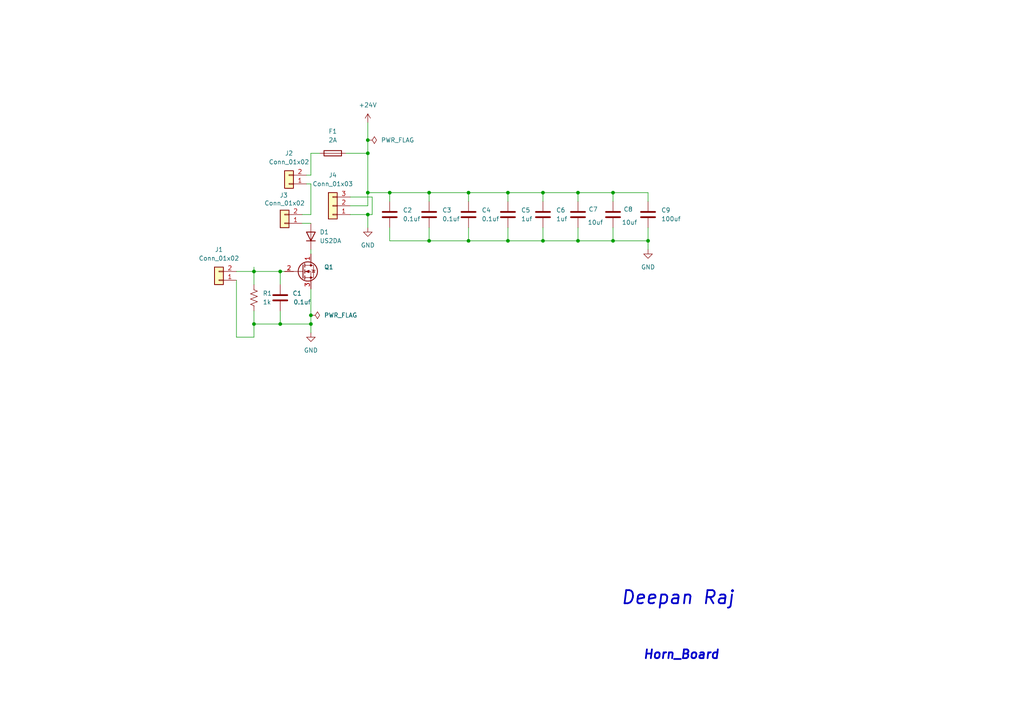
<source format=kicad_sch>
(kicad_sch (version 20231120) (generator "eeschema") (generator_version "8.0")
  (paper "A4")
  (lib_symbols
    (symbol "Connector_Generic:Conn_01x02" (pin_names (offset 1.016) hide)
      (property "Reference" "J" (at 0 2.54 0))
      (property "Value" "Conn_01x02" (at 0 -5.08 0))
      (symbol "Conn_01x02_1_1"
        (rectangle (start -1.27 -2.413) (end 0 -2.667) (stroke (width 0.1524)))
        (rectangle (start -1.27 0.127) (end 0 -0.127) (stroke (width 0.1524)))
        (rectangle (start -1.27 1.27) (end 1.27 -3.81) (stroke (width 0.254)) (fill (type background)))
        (pin passive line (at -5.08 0 0) (length 3.81) (name "Pin_1") (number "1"))
        (pin passive line (at -5.08 -2.54 0) (length 3.81) (name "Pin_2") (number "2"))
      )
    )
    (symbol "Connector_Generic:Conn_01x03" (pin_names (offset 1.016) hide)
      (property "Reference" "J" (at 0 5.08 0))
      (property "Value" "Conn_01x03" (at 0 -5.08 0))
      (symbol "Conn_01x03_1_1"
        (rectangle (start -1.27 -2.413) (end 0 -2.667) (stroke (width 0.1524)))
        (rectangle (start -1.27 0.127) (end 0 -0.127) (stroke (width 0.1524)))
        (rectangle (start -1.27 2.667) (end 0 2.413) (stroke (width 0.1524)))
        (rectangle (start -1.27 3.81) (end 1.27 -3.81) (stroke (width 0.254)) (fill (type background)))
        (pin passive line (at -5.08 2.54 0) (length 3.81) (name "Pin_1") (number "1"))
        (pin passive line (at -5.08 0 0) (length 3.81) (name "Pin_2") (number "2"))
        (pin passive line (at -5.08 -2.54 0) (length 3.81) (name "Pin_3") (number "3"))
      )
    )
    (symbol "Device:C" (pin_numbers hide) (pin_names (offset 0.254))
      (property "Reference" "C" (at 0.635 2.54 0))
      (property "Value" "C" (at 0.635 -2.54 0))
      (symbol "C_0_1"
        (polyline (pts (xy -2.032 -0.762) (xy 2.032 -0.762)) (stroke (width 0.508)))
        (polyline (pts (xy -2.032 0.762) (xy 2.032 0.762)) (stroke (width 0.508)))
      )
      (symbol "C_1_1"
        (pin passive line (at 0 3.81 270) (length 2.794) (name "~") (number "1"))
        (pin passive line (at 0 -3.81 90) (length 2.794) (name "~") (number "2"))
      )
    )
    (symbol "Device:Fuse" (pin_numbers hide) (pin_names (offset 0))
      (property "Reference" "F" (at 2.032 0 90))
      (property "Value" "Fuse" (at -1.905 0 90))
      (symbol "Fuse_0_1"
        (rectangle (start -0.762 -2.54) (end 0.762 2.54) (stroke (width 0.254)))
        (polyline (pts (xy 0 2.54) (xy 0 -2.54)))
      )
      (symbol "Fuse_1_1"
        (pin passive line (at 0 3.81 270) (length 1.27) (name "~") (number "1"))
        (pin passive line (at 0 -3.81 90) (length 1.27) (name "~") (number "2"))
      )
    )
    (symbol "Diode:US2DA" (pin_numbers hide) (pin_names hide)
      (property "Reference" "D" (at 0 2.54 0))
      (property "Value" "US2DA" (at 0 -2.54 0))
      (symbol "US2DA_0_1"
        (polyline (pts (xy -1.27 1.27) (xy -1.27 -1.27)) (stroke (width 0.254)))
        (polyline (pts (xy 1.27 0) (xy -1.27 0)))
        (polyline (pts (xy 1.27 1.27) (xy 1.27 -1.27) (xy -1.27 0) (xy 1.27 1.27)) (stroke (width 0.254)))
      )
      (symbol "US2DA_1_1"
        (pin passive line (at -3.81 0 0) (length 2.54) (name "K") (number "1"))
        (pin passive line (at 3.81 0 180) (length 2.54) (name "A") (number "2"))
      )
    )
    (symbol "Transistor_FET:IRF6646" (pin_names hide)
      (property "Reference" "Q" (at 5.08 1.905 0))
      (property "Value" "IRF6646" (at 5.08 0 0))
      (symbol "IRF6646_0_1"
        (polyline (pts (xy 0.254 0) (xy -2.54 0)))
        (polyline (pts (xy 0.254 1.905) (xy 0.254 -1.905)) (stroke (width 0.254)))
        (polyline (pts (xy 0.762 -1.27) (xy 0.762 -2.286)) (stroke (width 0.254)))
        (polyline (pts (xy 0.762 0.508) (xy 0.762 -0.508)) (stroke (width 0.254)))
        (polyline (pts (xy 0.762 2.286) (xy 0.762 1.27)) (stroke (width 0.254)))
        (polyline (pts (xy 2.54 2.54) (xy 2.54 1.778)))
        (polyline (pts (xy 2.54 -2.54) (xy 2.54 0) (xy 0.762 0)))
        (polyline (pts (xy 0.762 -1.778) (xy 3.302 -1.778) (xy 3.302 1.778) (xy 0.762 1.778)))
        (polyline (pts (xy 1.016 0) (xy 2.032 0.381) (xy 2.032 -0.381) (xy 1.016 0)) (fill (type outline)))
        (polyline (pts (xy 2.794 0.508) (xy 2.921 0.381) (xy 3.683 0.381) (xy 3.81 0.254)))
        (polyline (pts (xy 3.302 0.381) (xy 2.921 -0.254) (xy 3.683 -0.254) (xy 3.302 0.381)))
        (circle (center 1.651 0) (radius 2.794) (stroke (width 0.254)))
        (circle (center 2.54 -1.778) (radius 0.254) (fill (type outline)))
        (circle (center 2.54 1.778) (radius 0.254) (fill (type outline)))
      )
      (symbol "IRF6646_1_1"
        (pin passive line (at 2.54 5.08 270) (length 2.54) (name "D") (number "1"))
        (pin input line (at -5.08 0 0) (length 2.54) (name "G") (number "2"))
        (pin passive line (at 2.54 -5.08 90) (length 2.54) (name "S") (number "3"))
      )
    )
    (symbol "device:C" (pin_numbers hide) (pin_names (offset 0.254))
      (property "Reference" "C" (at 0.635 2.54 0))
      (property "Value" "C" (at 0.635 -2.54 0))
      (symbol "C_0_1"
        (polyline (pts (xy -2.032 -0.762) (xy 2.032 -0.762)) (stroke (width 0.508)))
        (polyline (pts (xy -2.032 0.762) (xy 2.032 0.762)) (stroke (width 0.508)))
      )
      (symbol "C_1_1"
        (pin passive line (at 0 3.81 270) (length 2.794) (name "~") (number "1"))
        (pin passive line (at 0 -3.81 90) (length 2.794) (name "~") (number "2"))
      )
    )
    (symbol "device:R_US" (pin_numbers hide) (pin_names (offset 0))
      (property "Reference" "R" (at 2.54 0 90))
      (property "Value" "R_US" (at -2.54 0 90))
      (symbol "R_US_0_1"
        (polyline (pts (xy 0 -2.286) (xy 0 -2.54)))
        (polyline (pts (xy 0 2.286) (xy 0 2.54)))
        (polyline (pts (xy 0 -0.762) (xy 1.016 -1.143) (xy 0 -1.524) (xy -1.016 -1.905) (xy 0 -2.286)))
        (polyline (pts (xy 0 0.762) (xy 1.016 0.381) (xy 0 0) (xy -1.016 -0.381) (xy 0 -0.762)))
        (polyline (pts (xy 0 2.286) (xy 1.016 1.905) (xy 0 1.524) (xy -1.016 1.143) (xy 0 0.762)))
      )
      (symbol "R_US_1_1"
        (pin passive line (at 0 3.81 270) (length 1.27) (name "~") (number "1"))
        (pin passive line (at 0 -3.81 90) (length 1.27) (name "~") (number "2"))
      )
    )
    (symbol "power:+24V" (power) (pin_names (offset 0))
      (property "Value" "+24V" (at 0 3.556 0))
      (symbol "+24V_0_1"
        (polyline (pts (xy -0.762 1.27) (xy 0 2.54)))
        (polyline (pts (xy 0 0) (xy 0 2.54)))
        (polyline (pts (xy 0 2.54) (xy 0.762 1.27)))
      )
      (symbol "+24V_1_1"
        (pin power_in line (at 0 0 90) (length 0) hide (name "+24V") (number "1"))
      )
    )
    (symbol "power:GND" (power) (pin_names (offset 0))
      (property "Value" "GND" (at 0 -3.81 0))
      (symbol "GND_0_1"
        (polyline (pts (xy 0 0) (xy 0 -1.27) (xy 1.27 -1.27) (xy 0 -2.54) (xy -1.27 -1.27) (xy 0 -1.27)))
      )
      (symbol "GND_1_1"
        (pin power_in line (at 0 0 270) (length 0) hide (name "GND") (number "1"))
      )
    )
    (symbol "power:PWR_FLAG" (power) (pin_numbers hide) (pin_names (offset 0) hide)
      (property "Value" "PWR_FLAG" (at 0 3.81 0))
      (symbol "PWR_FLAG_0_0"
        (pin power_out line (at 0 0 90) (length 0) (name "~") (number "1"))
      )
      (symbol "PWR_FLAG_0_1"
        (polyline (pts (xy 0 0) (xy 0 1.27) (xy -1.016 1.905) (xy 0 2.54) (xy 1.016 1.905) (xy 0 1.27)))
      )
    )
  )
  (junction (at 147.32 55.88))
  (junction (at 124.46 69.85))
  (junction (at 167.64 55.88))
  (junction (at 90.17 93.98))
  (junction (at 167.64 69.85))
  (junction (at 135.89 69.85))
  (junction (at 177.8 69.85))
  (junction (at 106.68 62.23))
  (junction (at 81.28 78.74))
  (junction (at 157.48 55.88))
  (junction (at 177.8 55.88))
  (junction (at 106.68 40.64))
  (junction (at 187.96 69.85))
  (junction (at 135.89 55.88))
  (junction (at 73.66 93.98))
  (junction (at 90.17 91.44))
  (junction (at 124.46 55.88))
  (junction (at 106.68 55.88))
  (junction (at 81.28 93.98))
  (junction (at 157.48 69.85))
  (junction (at 73.66 78.74))
  (junction (at 147.32 69.85))
  (junction (at 106.68 44.45))
  (junction (at 113.03 55.88))
  (wire (pts (xy 157.48 55.88) (xy 157.48 58.42)))
  (wire (pts (xy 73.66 78.74) (xy 81.28 78.74)))
  (wire (pts (xy 147.32 55.88) (xy 147.32 58.42)))
  (wire (pts (xy 68.58 97.79) (xy 73.66 97.79)))
  (wire (pts (xy 90.17 72.39) (xy 90.17 73.66)))
  (wire (pts (xy 157.48 66.04) (xy 157.48 69.85)))
  (wire (pts (xy 81.28 78.74) (xy 82.55 78.74)))
  (wire (pts (xy 88.9 50.8) (xy 90.17 50.8)))
  (wire (pts (xy 177.8 55.88) (xy 177.8 58.42)))
  (wire (pts (xy 113.03 55.88) (xy 124.46 55.88)))
  (wire (pts (xy 124.46 55.88) (xy 135.89 55.88)))
  (wire (pts (xy 167.64 66.04) (xy 167.64 69.85)))
  (wire (pts (xy 106.68 62.23) (xy 106.68 66.04)))
  (wire (pts (xy 90.17 91.44) (xy 90.17 93.98)))
  (wire (pts (xy 187.96 66.04) (xy 187.96 69.85)))
  (wire (pts (xy 106.68 35.56) (xy 106.68 40.64)))
  (wire (pts (xy 124.46 55.88) (xy 124.46 58.42)))
  (wire (pts (xy 106.68 55.88) (xy 106.68 59.69)))
  (wire (pts (xy 87.63 64.77) (xy 90.17 64.77)))
  (wire (pts (xy 73.66 78.74) (xy 73.66 82.55)))
  (wire (pts (xy 187.96 55.88) (xy 187.96 58.42)))
  (wire (pts (xy 100.33 44.45) (xy 106.68 44.45)))
  (wire (pts (xy 113.03 69.85) (xy 113.03 66.04)))
  (wire (pts (xy 167.64 55.88) (xy 177.8 55.88)))
  (wire (pts (xy 124.46 66.04) (xy 124.46 69.85)))
  (wire (pts (xy 73.66 93.98) (xy 73.66 90.17)))
  (wire (pts (xy 87.63 62.23) (xy 90.17 62.23)))
  (wire (pts (xy 106.68 44.45) (xy 106.68 55.88)))
  (wire (pts (xy 177.8 55.88) (xy 187.96 55.88)))
  (wire (pts (xy 157.48 55.88) (xy 167.64 55.88)))
  (wire (pts (xy 187.96 69.85) (xy 177.8 69.85)))
  (wire (pts (xy 177.8 69.85) (xy 167.64 69.85)))
  (wire (pts (xy 90.17 44.45) (xy 90.17 50.8)))
  (wire (pts (xy 68.58 81.28) (xy 68.58 97.79)))
  (wire (pts (xy 81.28 90.17) (xy 81.28 93.98)))
  (wire (pts (xy 81.28 78.74) (xy 81.28 82.55)))
  (wire (pts (xy 101.6 57.15) (xy 107.95 57.15)))
  (wire (pts (xy 135.89 69.85) (xy 124.46 69.85)))
  (wire (pts (xy 101.6 59.69) (xy 106.68 59.69)))
  (wire (pts (xy 90.17 53.34) (xy 90.17 62.23)))
  (wire (pts (xy 167.64 55.88) (xy 167.64 58.42)))
  (wire (pts (xy 177.8 66.04) (xy 177.8 69.85)))
  (wire (pts (xy 157.48 69.85) (xy 147.32 69.85)))
  (wire (pts (xy 147.32 66.04) (xy 147.32 69.85)))
  (wire (pts (xy 147.32 55.88) (xy 157.48 55.88)))
  (wire (pts (xy 135.89 55.88) (xy 147.32 55.88)))
  (wire (pts (xy 187.96 69.85) (xy 187.96 72.39)))
  (wire (pts (xy 68.58 78.74) (xy 73.66 78.74)))
  (wire (pts (xy 106.68 55.88) (xy 113.03 55.88)))
  (wire (pts (xy 73.66 97.79) (xy 73.66 93.98)))
  (wire (pts (xy 73.66 77.47) (xy 73.66 78.74)))
  (wire (pts (xy 106.68 40.64) (xy 106.68 44.45)))
  (wire (pts (xy 113.03 55.88) (xy 113.03 58.42)))
  (wire (pts (xy 88.9 53.34) (xy 90.17 53.34)))
  (wire (pts (xy 167.64 69.85) (xy 157.48 69.85)))
  (wire (pts (xy 101.6 62.23) (xy 106.68 62.23)))
  (wire (pts (xy 147.32 69.85) (xy 135.89 69.85)))
  (wire (pts (xy 90.17 96.52) (xy 90.17 93.98)))
  (wire (pts (xy 90.17 44.45) (xy 92.71 44.45)))
  (wire (pts (xy 73.66 93.98) (xy 81.28 93.98)))
  (wire (pts (xy 135.89 66.04) (xy 135.89 69.85)))
  (wire (pts (xy 124.46 69.85) (xy 113.03 69.85)))
  (wire (pts (xy 106.68 62.23) (xy 107.95 62.23)))
  (wire (pts (xy 135.89 55.88) (xy 135.89 58.42)))
  (wire (pts (xy 90.17 83.82) (xy 90.17 91.44)))
  (wire (pts (xy 81.28 93.98) (xy 90.17 93.98)))
  (wire (pts (xy 107.95 57.15) (xy 107.95 62.23)))
  (text "Horn_Board\n" (at 197.612 189.992 0) (effects (font (size 2.54 2.54) (thickness 0.508) (bold yes) (italic yes))))
  (text "Deepan Raj" (at 196.596 173.482 0) (effects (font (size 3.81 3.81) (thickness 0.508) (bold yes) (italic yes))))
  (symbol (lib_id "Diode:US2DA") (at 90.17 68.58 90) (unit 1)
    (property "Reference" "D1" (at 92.71 67.3099 90) (effects (justify right)))
    (property "Value" "US2DA" (at 92.71 69.8499 90) (effects (justify right)))
    (property "Footprint" "Diode_SMD:D_SMA" (effects (hide yes)))
    (property "Datasheet" "https://www.onsemi.com/pub/Collateral/US2AA-D.PDF" (effects (hide yes)))
    (property "Description" "200V, 1.5A, General Purpose Rectifier Diode, SMA(DO-214AC)" (effects (hide yes)))
    (property "Sim.Device" "D" (effects (hide yes)))
    (property "Sim.Pins" "1=K 2=A" (effects (hide yes)))
  )
  (symbol (lib_id "device:C") (at 124.46 62.23 0) (unit 1)
    (property "Reference" "C3" (at 128.27 60.9599 0) (effects (justify left)))
    (property "Value" "0.1uf" (at 128.27 63.4999 0) (effects (justify left)))
    (property "Footprint" "Capacitor_SMD:C_0603_1608Metric_Pad1.08x0.95mm_HandSolder" (effects (hide yes)))
    (property "Description" "Unpolarized capacitor" (effects (hide yes)))
  )
  (symbol (lib_id "Device:C") (at 187.96 62.23 0) (unit 1)
    (property "Reference" "C9" (at 191.77 60.9599 0) (effects (justify left)))
    (property "Value" "100uf" (at 191.77 63.4999 0) (effects (justify left)))
    (property "Description" "Unpolarized capacitor" (effects (hide yes)))
  )
  (symbol (lib_id "device:C") (at 81.28 86.36 0) (unit 1)
    (property "Reference" "C1" (at 84.836 85.09 0) (effects (justify left)))
    (property "Value" "0.1uf" (at 85.09 87.6299 0) (effects (justify left)))
    (property "Footprint" "Capacitor_SMD:C_0603_1608Metric_Pad1.08x0.95mm_HandSolder" (effects (hide yes)))
    (property "Description" "Unpolarized capacitor" (effects (hide yes)))
  )
  (symbol (lib_id "Transistor_FET:IRF6646") (at 87.63 78.74 0) (unit 1)
    (property "Reference" "Q1" (at 93.98 77.4699 0) (effects (justify left)))
    (property "Value" "IRF6646" (effects (hide yes)))
    (property "Footprint" "Package_DirectFET:DirectFET_MN" (effects (hide yes)))
    (property "Datasheet" "https://www.infineon.com/dgdl/irf6646pbf.pdf?fileId=5546d462533600a4015355ec5f071a55" (effects (hide yes)))
    (property "Description" "12A Id, 80V Vds, 9.5mOhm Rds, N-Channel MOSFET, DirectFET MN" (effects (hide yes)))
  )
  (symbol (lib_id "power:GND") (at 106.68 66.04 0) (unit 1)
    (property "Reference" "#PWR3" (effects (hide yes)))
    (property "Value" "GND" (at 106.68 71.12 0))
    (property "Description" "Power symbol creates a global label with name \"GND\" , ground" (effects (hide yes)))
  )
  (symbol (lib_id "Connector_Generic:Conn_01x02") (at 83.82 53.34 180) (unit 1)
    (property "Reference" "J2" (at 83.82 44.45 0))
    (property "Value" "Conn_01x02" (at 83.82 46.99 0))
    (property "Footprint" "Connector_Molex:Molex_KK-254_AE-6410-02A_1x02_P2.54mm_Vertical" (effects (hide yes)))
    (property "Description" "Generic connector, single row, 01x02, script generated (kicad-library-utils/schlib/autogen/connector/)" (effects (hide yes)))
  )
  (symbol (lib_id "power:PWR_FLAG") (at 106.68 40.64 270) (unit 1)
    (property "Reference" "#FLG1" (effects (hide yes)))
    (property "Value" "PWR_FLAG" (at 110.49 40.6399 90) (effects (justify left)))
    (property "Description" "Special symbol for telling ERC where power comes from" (effects (hide yes)))
  )
  (symbol (lib_id "power:+24V") (at 106.68 35.56 0) (unit 1)
    (property "Reference" "#PWR2" (effects (hide yes)))
    (property "Value" "+24V" (at 106.68 30.48 0))
    (property "Description" "Power symbol creates a global label with name \"+24V\"" (effects (hide yes)))
  )
  (symbol (lib_id "device:C") (at 147.32 62.23 0) (unit 1)
    (property "Reference" "C5" (at 151.13 60.9599 0) (effects (justify left)))
    (property "Value" "1uf" (at 151.13 63.4999 0) (effects (justify left)))
    (property "Footprint" "Capacitor_SMD:C_0603_1608Metric_Pad1.08x0.95mm_HandSolder" (effects (hide yes)))
    (property "Description" "Unpolarized capacitor" (effects (hide yes)))
  )
  (symbol (lib_id "device:C") (at 167.64 62.23 0) (unit 1)
    (property "Reference" "C7" (at 170.688 60.706 0) (effects (justify left)))
    (property "Value" "10uf" (at 170.434 64.516 0) (effects (justify left)))
    (property "Footprint" "Capacitor_SMD:C_0603_1608Metric_Pad1.08x0.95mm_HandSolder" (effects (hide yes)))
    (property "Description" "Unpolarized capacitor" (effects (hide yes)))
  )
  (symbol (lib_id "power:GND") (at 90.17 96.52 0) (unit 1)
    (property "Reference" "#PWR1" (effects (hide yes)))
    (property "Value" "GND" (at 90.17 101.6 0))
    (property "Description" "Power symbol creates a global label with name \"GND\" , ground" (effects (hide yes)))
  )
  (symbol (lib_id "device:C") (at 157.48 62.23 0) (unit 1)
    (property "Reference" "C6" (at 161.29 60.9599 0) (effects (justify left)))
    (property "Value" "1uf" (at 161.29 63.4999 0) (effects (justify left)))
    (property "Footprint" "Capacitor_SMD:C_0603_1608Metric_Pad1.08x0.95mm_HandSolder" (effects (hide yes)))
    (property "Description" "Unpolarized capacitor" (effects (hide yes)))
  )
  (symbol (lib_id "Connector_Generic:Conn_01x03") (at 96.52 59.69 180) (unit 1)
    (property "Reference" "J4" (at 96.52 50.8 0))
    (property "Value" "Conn_01x03" (at 96.52 53.34 0))
    (property "Footprint" "Connector_Molex:Molex_KK-254_AE-6410-03A_1x03_P2.54mm_Vertical" (effects (hide yes)))
    (property "Description" "Generic connector, single row, 01x03, script generated (kicad-library-utils/schlib/autogen/connector/)" (effects (hide yes)))
  )
  (symbol (lib_id "Connector_Generic:Conn_01x02") (at 63.5 81.28 180) (unit 1)
    (property "Reference" "J1" (at 63.5 72.39 0))
    (property "Value" "Conn_01x02" (at 63.5 74.93 0))
    (property "Footprint" "Connector_Molex:Molex_KK-254_AE-6410-02A_1x02_P2.54mm_Vertical" (effects (hide yes)))
    (property "Description" "Generic connector, single row, 01x02, script generated (kicad-library-utils/schlib/autogen/connector/)" (effects (hide yes)))
  )
  (symbol (lib_id "device:C") (at 135.89 62.23 0) (unit 1)
    (property "Reference" "C4" (at 139.7 60.9599 0) (effects (justify left)))
    (property "Value" "0.1uf" (at 139.7 63.4999 0) (effects (justify left)))
    (property "Footprint" "Capacitor_SMD:C_0603_1608Metric_Pad1.08x0.95mm_HandSolder" (effects (hide yes)))
    (property "Description" "Unpolarized capacitor" (effects (hide yes)))
  )
  (symbol (lib_id "power:PWR_FLAG") (at 90.17 91.44 270) (unit 1)
    (property "Reference" "#FLG2" (effects (hide yes)))
    (property "Value" "PWR_FLAG" (at 93.98 91.4399 90) (effects (justify left)))
    (property "Description" "Special symbol for telling ERC where power comes from" (effects (hide yes)))
  )
  (symbol (lib_id "device:R_US") (at 73.66 86.36 0) (unit 1)
    (property "Reference" "R1" (at 76.2 85.0899 0) (effects (justify left)))
    (property "Value" "1k" (at 76.2 87.6299 0) (effects (justify left)))
    (property "Footprint" "Resistor_SMD:R_0603_1608Metric_Pad0.98x0.95mm_HandSolder" (effects (hide yes)))
    (property "Description" "Resistor, US symbol" (effects (hide yes)))
  )
  (symbol (lib_id "Device:Fuse") (at 96.52 44.45 90) (unit 1)
    (property "Reference" "F1" (at 96.52 38.1 90))
    (property "Value" "2A" (at 96.52 40.64 90))
    (property "Footprint" "Fuse:Fuse_0603_1608Metric_Pad1.05x0.95mm_HandSolder" (effects (hide yes)))
    (property "Description" "Fuse" (effects (hide yes)))
  )
  (symbol (lib_id "device:C") (at 177.8 62.23 0) (unit 1)
    (property "Reference" "C8" (at 180.848 60.706 0) (effects (justify left)))
    (property "Value" "10uf" (at 180.34 64.516 0) (effects (justify left)))
    (property "Footprint" "Capacitor_SMD:C_0603_1608Metric_Pad1.08x0.95mm_HandSolder" (effects (hide yes)))
    (property "Description" "Unpolarized capacitor" (effects (hide yes)))
  )
  (symbol (lib_id "device:C") (at 113.03 62.23 0) (unit 1)
    (property "Reference" "C2" (at 116.84 60.9599 0) (effects (justify left)))
    (property "Value" "0.1uf" (at 116.84 63.4999 0) (effects (justify left)))
    (property "Footprint" "Capacitor_SMD:C_0603_1608Metric_Pad1.08x0.95mm_HandSolder" (effects (hide yes)))
    (property "Description" "Unpolarized capacitor" (effects (hide yes)))
  )
  (symbol (lib_id "Connector_Generic:Conn_01x02") (at 82.55 64.77 180) (unit 1)
    (property "Reference" "J3" (at 82.296 56.642 0))
    (property "Value" "Conn_01x02" (at 82.55 58.928 0))
    (property "Footprint" "Connector_Molex:Molex_KK-254_AE-6410-02A_1x02_P2.54mm_Vertical" (effects (hide yes)))
    (property "Description" "Generic connector, single row, 01x02, script generated (kicad-library-utils/schlib/autogen/connector/)" (effects (hide yes)))
  )
  (symbol (lib_id "power:GND") (at 187.96 72.39 0) (unit 1)
    (property "Reference" "#PWR5" (effects (hide yes)))
    (property "Value" "GND" (at 187.96 77.47 0))
    (property "Description" "Power symbol creates a global label with name \"GND\" , ground" (effects (hide yes)))
  )
)
</source>
